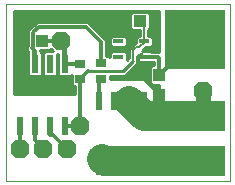
<source format=gtl>
G75*
%MOIN*%
%OFA0B0*%
%FSLAX25Y25*%
%IPPOS*%
%LPD*%
%AMOC8*
5,1,8,0,0,1.08239X$1,22.5*
%
%ADD10C,0.00000*%
%ADD11R,0.03543X0.01575*%
%ADD12R,0.02362X0.06299*%
%ADD13R,0.02400X0.06000*%
%ADD14R,0.03543X0.02756*%
%ADD15R,0.04331X0.03937*%
%ADD16R,0.20000X0.10000*%
%ADD17R,0.03937X0.04331*%
%ADD18OC8,0.06300*%
%ADD19C,0.00600*%
%ADD20C,0.10000*%
%ADD21C,0.05000*%
%ADD22C,0.01600*%
%ADD23C,0.01200*%
%ADD24C,0.01000*%
%ADD25C,0.03200*%
D10*
X0001000Y0001000D02*
X0001000Y0059780D01*
X0075685Y0059780D01*
X0075685Y0001000D01*
X0001000Y0001000D01*
D11*
X0038559Y0042260D03*
X0038559Y0044819D03*
X0038559Y0047378D03*
X0047220Y0047378D03*
X0047220Y0042260D03*
D12*
X0020744Y0039953D03*
X0015783Y0039953D03*
X0010783Y0039953D03*
X0005783Y0039953D03*
X0005744Y0019055D03*
X0010744Y0019055D03*
X0015744Y0019055D03*
X0020744Y0019055D03*
D13*
X0032240Y0027469D03*
X0037240Y0027469D03*
X0042240Y0027469D03*
X0047240Y0027469D03*
X0047240Y0005869D03*
X0042240Y0005869D03*
X0037240Y0005869D03*
X0032240Y0005869D03*
D14*
X0032929Y0034976D03*
X0032929Y0040094D03*
X0025843Y0040016D03*
X0025843Y0034898D03*
D15*
X0013244Y0047575D03*
X0006551Y0047575D03*
X0039189Y0054150D03*
X0045882Y0054150D03*
D16*
X0063992Y0052969D03*
X0063992Y0043126D03*
X0063992Y0022654D03*
X0063992Y0007693D03*
D17*
X0052181Y0029543D03*
X0052181Y0036236D03*
D18*
X0066748Y0030921D03*
X0025803Y0019110D03*
X0021472Y0011630D03*
X0013598Y0011630D03*
X0005724Y0011630D03*
X0019504Y0047457D03*
D19*
X0019600Y0047200D01*
X0020200Y0046600D01*
X0020200Y0046576D01*
X0020200Y0040000D01*
X0020744Y0039953D01*
X0025843Y0034898D02*
X0026200Y0034600D01*
X0032800Y0034600D02*
X0032929Y0034976D01*
X0032929Y0040094D02*
X0032800Y0040600D01*
X0038559Y0044819D02*
X0040600Y0045400D01*
X0040825Y0045400D01*
X0042025Y0046600D01*
X0042025Y0052994D01*
X0040825Y0054194D01*
X0039189Y0054150D01*
X0039250Y0054400D01*
X0042250Y0057400D01*
X0048831Y0057400D01*
X0050031Y0056200D01*
X0050031Y0046000D01*
X0048231Y0044200D01*
X0047200Y0044200D01*
X0046000Y0043000D01*
X0047220Y0042260D02*
X0049600Y0041800D01*
X0045625Y0045400D02*
X0044613Y0045400D01*
X0043600Y0044387D01*
X0043600Y0041200D01*
X0043394Y0040994D01*
X0045625Y0045400D02*
X0047425Y0047200D01*
X0047220Y0047378D01*
X0047031Y0047800D01*
X0047031Y0053800D01*
X0045882Y0054150D01*
X0039438Y0053800D02*
X0039189Y0054150D01*
X0039438Y0053800D02*
X0009312Y0053800D01*
X0007000Y0051488D01*
X0007000Y0047800D01*
X0006551Y0047575D01*
X0006400Y0047200D01*
X0006400Y0040600D01*
X0005800Y0040000D01*
X0005783Y0039953D01*
X0010000Y0040600D02*
X0010600Y0040000D01*
X0010783Y0039953D01*
X0010000Y0040600D02*
X0010000Y0045488D01*
X0013244Y0047575D02*
X0013600Y0047800D01*
X0019000Y0047800D01*
X0019504Y0047457D01*
X0032800Y0028000D02*
X0032240Y0027469D01*
X0037240Y0027469D02*
X0037600Y0028000D01*
X0041800Y0028000D02*
X0042240Y0027469D01*
X0042400Y0028000D01*
X0047200Y0028000D02*
X0047240Y0027469D01*
X0047800Y0028000D01*
X0052000Y0029200D02*
X0052181Y0029543D01*
X0052600Y0029200D01*
X0052181Y0036236D02*
X0052000Y0036400D01*
X0052181Y0036236D02*
X0052600Y0036400D01*
X0063400Y0043000D02*
X0063992Y0043126D01*
X0064000Y0043600D01*
X0064000Y0052600D01*
X0063992Y0052969D01*
X0061600Y0025600D02*
X0061000Y0025600D01*
X0063992Y0022654D01*
X0063400Y0023200D01*
X0061000Y0025600D01*
D20*
X0063992Y0022654D02*
X0052118Y0022654D01*
X0047056Y0022654D01*
X0042240Y0027469D01*
X0033283Y0008087D02*
X0033677Y0007693D01*
X0049819Y0007693D01*
X0051343Y0007693D02*
X0063992Y0007693D01*
D21*
X0063992Y0022654D02*
X0066748Y0025409D01*
X0066748Y0030921D01*
D22*
X0052181Y0029543D02*
X0052181Y0022716D01*
X0052118Y0022654D01*
X0047240Y0022838D02*
X0047056Y0022654D01*
X0047240Y0022838D02*
X0047240Y0027469D01*
X0041800Y0028000D02*
X0041269Y0027469D01*
X0037240Y0027469D01*
X0037240Y0005869D02*
X0037920Y0005869D01*
X0042240Y0005869D01*
X0045547Y0005869D02*
X0047240Y0005869D01*
X0033549Y0005869D02*
X0032240Y0005869D01*
D23*
X0033549Y0005869D02*
X0037240Y0005869D01*
X0049819Y0007693D02*
X0051343Y0007693D01*
X0032240Y0027469D02*
X0032240Y0034287D01*
X0032929Y0034976D01*
X0028600Y0037600D02*
X0025898Y0034898D01*
X0025843Y0034898D01*
X0025843Y0019150D01*
X0025803Y0019110D01*
X0025748Y0019055D01*
X0020744Y0019055D01*
X0016748Y0016354D02*
X0015961Y0016354D01*
X0015567Y0016748D01*
X0015567Y0018878D01*
X0015744Y0019055D01*
X0016748Y0016354D02*
X0021472Y0011630D01*
X0013598Y0011630D02*
X0010744Y0014484D01*
X0010744Y0019055D01*
X0005744Y0019055D02*
X0005744Y0011650D01*
X0005724Y0011630D01*
X0010783Y0039953D02*
X0010783Y0044205D01*
X0009916Y0045072D01*
X0010000Y0045156D01*
X0010000Y0045488D01*
X0010000Y0050200D01*
X0010038Y0050200D01*
X0010582Y0050743D01*
X0010586Y0050743D01*
X0012024Y0052181D01*
X0027772Y0052181D01*
X0032890Y0047063D01*
X0032890Y0040134D01*
X0032929Y0040094D01*
X0025843Y0040016D02*
X0025780Y0039953D01*
X0020744Y0039953D01*
X0020744Y0046032D01*
X0020002Y0046775D01*
X0020200Y0046576D01*
X0020002Y0046775D02*
X0019202Y0047575D01*
X0013244Y0047575D01*
X0045100Y0042100D02*
X0045100Y0040579D01*
X0045094Y0040573D01*
X0045094Y0036827D01*
X0052181Y0029740D01*
X0052181Y0029543D01*
X0052181Y0036236D02*
X0052181Y0041945D01*
X0051866Y0042260D01*
X0047220Y0042260D01*
X0046000Y0043000D02*
X0045100Y0042100D01*
X0052600Y0036400D02*
X0059326Y0043126D01*
X0063992Y0043126D01*
D24*
X0052181Y0043960D02*
X0049635Y0043960D01*
X0049448Y0044147D01*
X0046352Y0044147D01*
X0047025Y0044820D01*
X0047696Y0045491D01*
X0049448Y0045491D01*
X0050092Y0046135D01*
X0050092Y0048621D01*
X0049448Y0049265D01*
X0048431Y0049265D01*
X0048431Y0051081D01*
X0048503Y0051081D01*
X0049147Y0051725D01*
X0049147Y0056574D01*
X0048503Y0057218D01*
X0043261Y0057218D01*
X0042617Y0056574D01*
X0042617Y0051725D01*
X0043261Y0051081D01*
X0045631Y0051081D01*
X0045631Y0049265D01*
X0044993Y0049265D01*
X0044349Y0048621D01*
X0044349Y0046800D01*
X0044033Y0046800D01*
X0043213Y0045980D01*
X0042200Y0044967D01*
X0042200Y0042063D01*
X0041431Y0041293D01*
X0041431Y0043503D01*
X0040786Y0044147D01*
X0036332Y0044147D01*
X0035687Y0043503D01*
X0035687Y0042041D01*
X0035156Y0042572D01*
X0034590Y0042572D01*
X0034590Y0047767D01*
X0033594Y0048763D01*
X0028476Y0053881D01*
X0011319Y0053881D01*
X0010324Y0052885D01*
X0009882Y0052443D01*
X0009878Y0052443D01*
X0009334Y0051900D01*
X0009296Y0051900D01*
X0008300Y0050904D01*
X0008300Y0045860D01*
X0008216Y0045776D01*
X0008216Y0044368D01*
X0008600Y0043984D01*
X0008600Y0043656D01*
X0008502Y0043558D01*
X0008502Y0036348D01*
X0009147Y0035703D01*
X0012420Y0035703D01*
X0013065Y0036348D01*
X0013065Y0043558D01*
X0012483Y0044139D01*
X0012483Y0044506D01*
X0015865Y0044506D01*
X0016155Y0044796D01*
X0016748Y0044202D01*
X0014147Y0044202D01*
X0013502Y0043558D01*
X0013502Y0036348D01*
X0014147Y0035703D01*
X0017420Y0035703D01*
X0018065Y0036348D01*
X0018065Y0043207D01*
X0018463Y0043207D01*
X0018463Y0036348D01*
X0019107Y0035703D01*
X0022381Y0035703D01*
X0022971Y0036293D01*
X0022971Y0033064D01*
X0023615Y0032420D01*
X0024143Y0032420D01*
X0024143Y0029740D01*
X0003756Y0029740D01*
X0003756Y0057693D01*
X0052181Y0057693D01*
X0052181Y0043960D01*
X0052181Y0044934D02*
X0047140Y0044934D01*
X0049890Y0045933D02*
X0052181Y0045933D01*
X0052181Y0046932D02*
X0050092Y0046932D01*
X0050092Y0047930D02*
X0052181Y0047930D01*
X0052181Y0048929D02*
X0049785Y0048929D01*
X0048431Y0049927D02*
X0052181Y0049927D01*
X0052181Y0050926D02*
X0048431Y0050926D01*
X0049147Y0051924D02*
X0052181Y0051924D01*
X0052181Y0052923D02*
X0049147Y0052923D01*
X0049147Y0053921D02*
X0052181Y0053921D01*
X0052181Y0054920D02*
X0049147Y0054920D01*
X0049147Y0055918D02*
X0052181Y0055918D01*
X0052181Y0056917D02*
X0048804Y0056917D01*
X0042959Y0056917D02*
X0003756Y0056917D01*
X0003756Y0055918D02*
X0042617Y0055918D01*
X0042617Y0054920D02*
X0003756Y0054920D01*
X0003756Y0053921D02*
X0042617Y0053921D01*
X0042617Y0052923D02*
X0029434Y0052923D01*
X0030433Y0051924D02*
X0042617Y0051924D01*
X0045631Y0050926D02*
X0031431Y0050926D01*
X0032430Y0049927D02*
X0045631Y0049927D01*
X0044656Y0048929D02*
X0041123Y0048929D01*
X0041431Y0048621D02*
X0040786Y0049265D01*
X0036332Y0049265D01*
X0035687Y0048621D01*
X0035687Y0046135D01*
X0036332Y0045491D01*
X0040786Y0045491D01*
X0041431Y0046135D01*
X0041431Y0048621D01*
X0041431Y0047930D02*
X0044349Y0047930D01*
X0044349Y0046932D02*
X0041431Y0046932D01*
X0041229Y0045933D02*
X0043166Y0045933D01*
X0042200Y0044934D02*
X0034590Y0044934D01*
X0034590Y0043936D02*
X0036121Y0043936D01*
X0035687Y0042937D02*
X0034590Y0042937D01*
X0034590Y0045933D02*
X0035889Y0045933D01*
X0035687Y0046932D02*
X0034590Y0046932D01*
X0034427Y0047930D02*
X0035687Y0047930D01*
X0035995Y0048929D02*
X0033428Y0048929D01*
X0040998Y0043936D02*
X0042200Y0043936D01*
X0042200Y0042937D02*
X0041431Y0042937D01*
X0041431Y0041939D02*
X0042076Y0041939D01*
X0043394Y0040994D02*
X0040000Y0037600D01*
X0028600Y0037600D01*
X0023083Y0032952D02*
X0003756Y0032952D01*
X0003756Y0033951D02*
X0022971Y0033951D01*
X0022971Y0034949D02*
X0003756Y0034949D01*
X0003756Y0035948D02*
X0008902Y0035948D01*
X0008502Y0036946D02*
X0003756Y0036946D01*
X0003756Y0037945D02*
X0008502Y0037945D01*
X0008502Y0038943D02*
X0003756Y0038943D01*
X0003756Y0039942D02*
X0008502Y0039942D01*
X0008502Y0040940D02*
X0003756Y0040940D01*
X0003756Y0041939D02*
X0008502Y0041939D01*
X0008502Y0042937D02*
X0003756Y0042937D01*
X0003756Y0043936D02*
X0008600Y0043936D01*
X0008216Y0044934D02*
X0003756Y0044934D01*
X0003756Y0045933D02*
X0008300Y0045933D01*
X0008300Y0046932D02*
X0003756Y0046932D01*
X0003756Y0047930D02*
X0008300Y0047930D01*
X0008300Y0048929D02*
X0003756Y0048929D01*
X0003756Y0049927D02*
X0008300Y0049927D01*
X0008321Y0050926D02*
X0003756Y0050926D01*
X0003756Y0051924D02*
X0009358Y0051924D01*
X0010361Y0052923D02*
X0003756Y0052923D01*
X0012687Y0043936D02*
X0013880Y0043936D01*
X0013502Y0042937D02*
X0013065Y0042937D01*
X0013065Y0041939D02*
X0013502Y0041939D01*
X0013502Y0040940D02*
X0013065Y0040940D01*
X0013065Y0039942D02*
X0013502Y0039942D01*
X0013502Y0038943D02*
X0013065Y0038943D01*
X0013065Y0037945D02*
X0013502Y0037945D01*
X0013502Y0036946D02*
X0013065Y0036946D01*
X0012665Y0035948D02*
X0013902Y0035948D01*
X0017665Y0035948D02*
X0018863Y0035948D01*
X0018463Y0036946D02*
X0018065Y0036946D01*
X0018065Y0037945D02*
X0018463Y0037945D01*
X0018463Y0038943D02*
X0018065Y0038943D01*
X0018065Y0039942D02*
X0018463Y0039942D01*
X0018463Y0040940D02*
X0018065Y0040940D01*
X0018065Y0041939D02*
X0018463Y0041939D01*
X0018463Y0042937D02*
X0018065Y0042937D01*
X0022626Y0035948D02*
X0022971Y0035948D01*
X0024143Y0031954D02*
X0003756Y0031954D01*
X0003756Y0030955D02*
X0024143Y0030955D01*
X0024143Y0029957D02*
X0003756Y0029957D01*
X0035801Y0034858D02*
X0035801Y0036000D01*
X0040663Y0036000D01*
X0044994Y0040332D01*
X0044994Y0040372D01*
X0049448Y0040372D01*
X0049474Y0040398D01*
X0049904Y0040315D01*
X0050265Y0040560D01*
X0050481Y0040560D01*
X0050481Y0039502D01*
X0049757Y0039502D01*
X0049113Y0038857D01*
X0049113Y0033615D01*
X0049757Y0032971D01*
X0052181Y0032971D01*
X0052181Y0030134D01*
X0047457Y0034858D01*
X0035801Y0034858D01*
X0035801Y0034949D02*
X0049113Y0034949D01*
X0049113Y0033951D02*
X0048364Y0033951D01*
X0049363Y0032952D02*
X0052181Y0032952D01*
X0052181Y0031954D02*
X0050361Y0031954D01*
X0051360Y0030955D02*
X0052181Y0030955D01*
X0049113Y0035948D02*
X0035801Y0035948D01*
X0041609Y0036946D02*
X0049113Y0036946D01*
X0049113Y0037945D02*
X0042608Y0037945D01*
X0043606Y0038943D02*
X0049199Y0038943D01*
X0050481Y0039942D02*
X0044605Y0039942D01*
D25*
X0036097Y0007693D02*
X0033677Y0007693D01*
X0032240Y0006256D01*
X0032240Y0005869D01*
X0036097Y0007693D02*
X0037920Y0005869D01*
X0042240Y0005869D02*
X0045547Y0005869D01*
M02*

</source>
